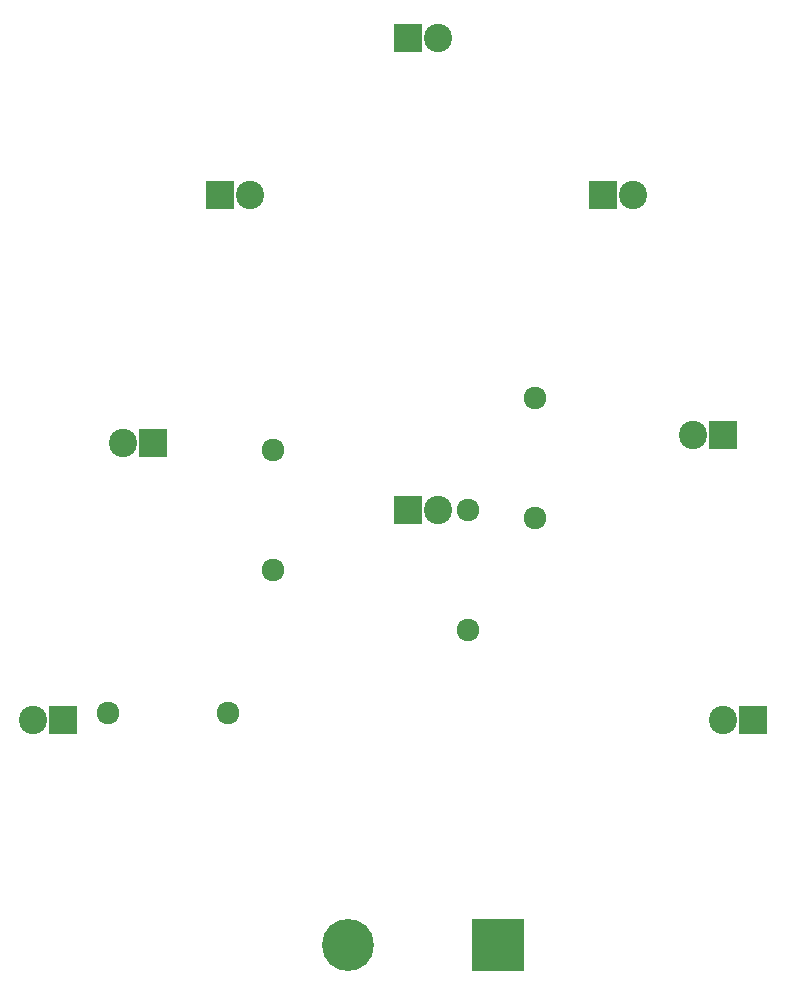
<source format=gts>
G04 #@! TF.FileFunction,Soldermask,Top*
%FSLAX46Y46*%
G04 Gerber Fmt 4.6, Leading zero omitted, Abs format (unit mm)*
G04 Created by KiCad (PCBNEW 4.0.1-stable) date 28/05/2016 22:33:24*
%MOMM*%
G01*
G04 APERTURE LIST*
%ADD10C,0.100000*%
%ADD11R,2.400000X2.400000*%
%ADD12C,2.400000*%
%ADD13C,1.924000*%
%ADD14R,4.400500X4.400500*%
%ADD15C,4.400500*%
G04 APERTURE END LIST*
D10*
D11*
X105410000Y-41275000D03*
D12*
X107950000Y-41275000D03*
D11*
X89535000Y-54610000D03*
D12*
X92075000Y-54610000D03*
D11*
X121920000Y-54610000D03*
D12*
X124460000Y-54610000D03*
D11*
X105410000Y-81280000D03*
D12*
X107950000Y-81280000D03*
D11*
X83820000Y-75565000D03*
D12*
X81280000Y-75565000D03*
D11*
X132080000Y-74930000D03*
D12*
X129540000Y-74930000D03*
D11*
X76200000Y-99060000D03*
D12*
X73660000Y-99060000D03*
D11*
X134620000Y-99060000D03*
D12*
X132080000Y-99060000D03*
D13*
X116205000Y-71755000D03*
X116205000Y-81915000D03*
X110490000Y-91440000D03*
X110490000Y-81280000D03*
X93980000Y-86360000D03*
X93980000Y-76200000D03*
X90170000Y-98425000D03*
X80010000Y-98425000D03*
D14*
X113030000Y-118110000D03*
D15*
X100330000Y-118110000D03*
M02*

</source>
